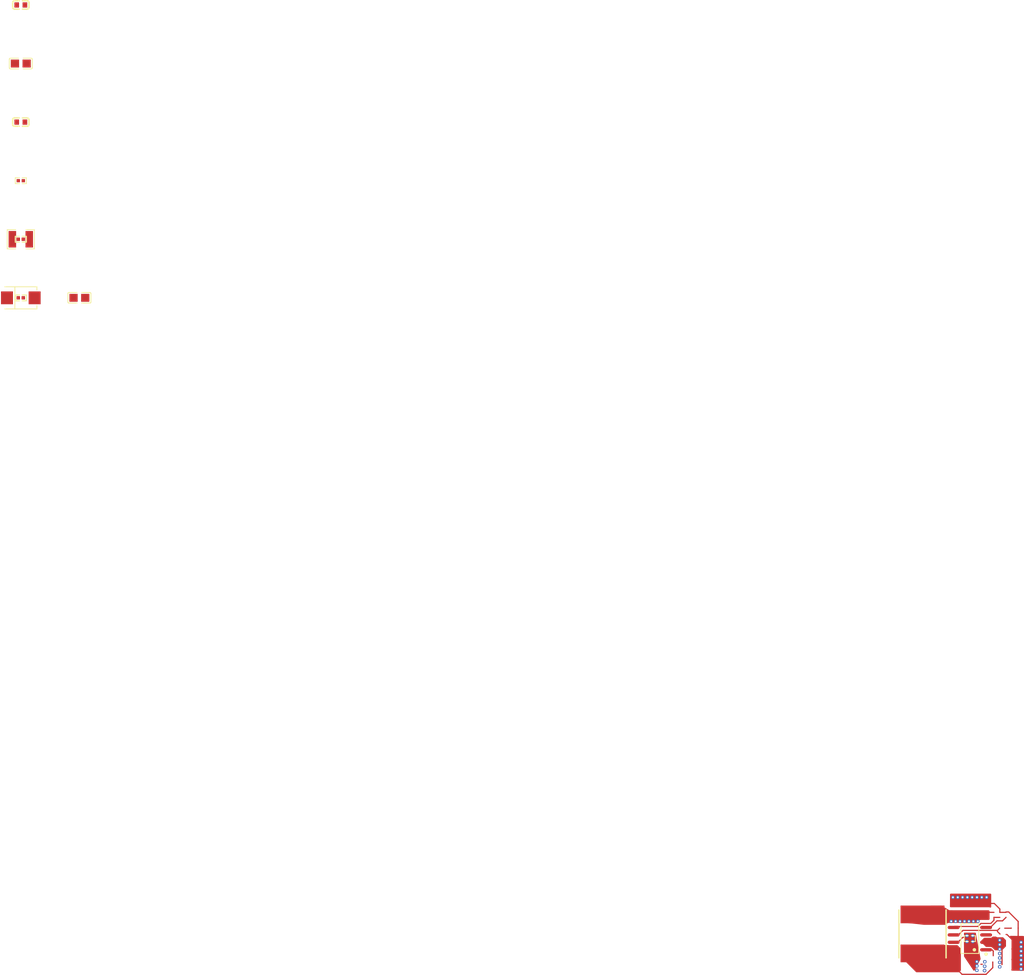
<source format=kicad_pcb>
(kicad_pcb (version 20241229) (generator "atopile") (generator_version "0.14.1004-post1.dev25+g65348d5dc.d20260218211358")
  (layers (0 "F.Cu" signal) (31 "B.Cu" signal) (34 "B.Paste" user) (35 "F.Paste" user) (36 "B.SilkS" user "B.Silkscreen") (37 "F.SilkS" user "F.Silkscreen") (38 "B.Mask" user) (39 "F.Mask" user) (44 "Edge.Cuts" user))
  (net 11 "c_comp-power-hv")
  (net 14 "hv")
  (net 15 "RT_CLK")
  (net 16 "anode")
  (net 17 "FB")
  (net 18 "c_comp1-power-hv")
  (net 19 "power_in-hv")
  (net 1 "cathode")
  (net 2 "power_out-hv")
  (net 3 "EN")
  (footprint "Texas_Instruments_TPS54560DDAR:SOIC-8_L5.0-W4.0-P1.27-LS6.0-BL-EP2.0" (layer "F.Cu") (at 0 0 90)
    (property "Reference" "U1" (hide yes))
    (property "Value" "")
    (fp_line (start -2.53 -1.52) (end 2.53 -1.52) (stroke (width 0.15)) (layer "F.SilkS"))
    (fp_line (start -2.53 1.52) (end -2.53 -1.52) (stroke (width 0.15)) (layer "F.SilkS"))
    (fp_line (start 2.53 -1.52) (end 2.53 1.52) (stroke (width 0.15)) (layer "F.SilkS"))
    (fp_line (start 2.53 1.52) (end -2.53 1.52) (stroke (width 0.15)) (layer "F.SilkS"))
    (fp_circle (center -2.64 2.77) (end -2.49 2.77) (stroke (width 0.3)) (fill no) (layer "F.SilkS"))
    (fp_circle (center -1.91 0.77) (end -1.76 0.77) (stroke (width 0.3)) (fill no) (layer "F.SilkS"))
    (pad "1" smd oval (at -1.91 2.77 90) (size 0.57 2.04) (layers "F.Cu" "F.Mask" "F.Paste") (net 14 "hv"))
    (pad "2" smd oval (at -0.63 2.77 90) (size 0.57 2.04) (layers "F.Cu" "F.Mask" "F.Paste") (net 19 "power_in-hv"))
    (pad "3" smd oval (at 0.63 2.77 90) (size 0.57 2.04) (layers "F.Cu" "F.Mask" "F.Paste") (net 3 "EN"))
    (pad "4" smd oval (at 1.9 2.77 90) (size 0.57 2.04) (layers "F.Cu" "F.Mask" "F.Paste") (net 15 "RT_CLK"))
    (pad "5" smd oval (at 1.9 -2.77 90) (size 0.57 2.04) (layers "F.Cu" "F.Mask" "F.Paste") (net 17 "FB"))
    (pad "6" smd oval (at 0.63 -2.77 90) (size 0.57 2.04) (layers "F.Cu" "F.Mask" "F.Paste") (net 18 "c_comp1-power-hv"))
    (pad "7" smd oval (at -0.63 -2.77 90) (size 0.57 2.04) (layers "F.Cu" "F.Mask" "F.Paste") (net 16 "anode"))
    (pad "8" smd oval (at -1.91 -2.77 90) (size 0.57 2.04) (layers "F.Cu" "F.Mask" "F.Paste") (net 1 "cathode"))
    (pad "9" thru_hole circle (at -0.5 -0.5 90) (size 0.61 0.61) (drill 0.3) (layers "*.Cu" "*.Paste" "*.Mask") (net 16 "anode"))
    (pad "9" thru_hole circle (at -0.5 0.5 90) (size 0.61 0.61) (drill 0.3) (layers "*.Cu" "*.Paste" "*.Mask") (net 16 "anode"))
    (pad "9" smd rect (at 0 0 90) (size 2 2) (layers "F.Cu" "F.Mask" "F.Paste") (net 16 "anode"))
    (pad "9" thru_hole circle (at 0.5 -0.5 90) (size 0.61 0.61) (drill 0.3) (layers "*.Cu" "*.Paste" "*.Mask") (net 16 "anode"))
    (pad "9" thru_hole circle (at 0.5 0.5 90) (size 0.61 0.61) (drill 0.3) (layers "*.Cu" "*.Paste" "*.Mask") (net 16 "anode"))
  )
  (footprint "STMicroelectronics_STPS340U:SMB_L4.6-W3.6-LS5.3-RD" (layer "F.Cu") (at -162.03 -109.4 0)
    (property "Reference" "D1" (hide yes))
    (property "Value" "")
    (fp_line (start -1.02 -1.89) (end -1.02 1.89) (stroke (width 0.15)) (layer "F.SilkS"))
    (fp_line (start -2.74 -1.89) (end 2.74 -1.89) (stroke (width 0.15)) (layer "F.SilkS"))
    (fp_line (start -2.74 1.89) (end 2.74 1.89) (stroke (width 0.15)) (layer "F.SilkS"))
    (fp_line (start 2.74 -1.89) (end 2.74 -1.3) (stroke (width 0.15)) (layer "F.SilkS"))
    (fp_line (start 2.74 1.89) (end 2.74 1.3) (stroke (width 0.15)) (layer "F.SilkS"))
    (pad "2" smd rect (at 2.36 0 0) (size 2.05 2.19) (layers "F.Cu" "F.Paste" "F.Mask") (net 16 "anode"))
    (pad "1" smd rect (at -2.36 0 0) (size 2.05 2.19) (layers "F.Cu" "F.Paste" "F.Mask") (net 1 "cathode"))
  )
  (footprint "Samsung_Electro_Mechanics_CL21A106KAYNNNE:C0805" (layer "F.Cu") (at -152.03 -109.4 0)
    (property "Reference" "C4" (hide yes))
    (property "Value" "0F")
    (fp_line (start 1.81 -0.9) (end 0.4 -0.9) (stroke (width 0.15)) (layer "F.SilkS") (layers "F.SilkS"))
    (fp_line (start 0.4 0.9) (end 1.81 0.9) (stroke (width 0.15)) (layer "F.SilkS") (layers "F.SilkS"))
    (fp_line (start 1.96 0.75) (end 1.96 -0.75) (stroke (width 0.15)) (layer "F.SilkS") (layers "F.SilkS"))
    (fp_line (start -1.81 -0.9) (end -0.4 -0.9) (stroke (width 0.15)) (layer "F.SilkS") (layers "F.SilkS"))
    (fp_line (start -0.4 0.9) (end -1.81 0.9) (stroke (width 0.15)) (layer "F.SilkS") (layers "F.SilkS"))
    (fp_line (start -1.96 0.75) (end -1.96 -0.75) (stroke (width 0.15)) (layer "F.SilkS") (layers "F.SilkS"))
    (fp_arc (start 1.96 0.75) (mid 1.916066 0.856066) (end 1.81 0.9) (stroke (width 0.15)) (layer "F.SilkS"))
    (fp_arc (start 1.81 -0.9) (mid 1.916066 -0.856066) (end 1.96 -0.75) (stroke (width 0.15)) (layer "F.SilkS"))
    (fp_arc (start -1.96 0.75) (mid -1.916066 0.856066) (end -1.81 0.9) (stroke (width 0.15)) (layer "F.SilkS"))
    (fp_arc (start -1.81 -0.9) (mid -1.916066 -0.856066) (end -1.96 -0.75) (stroke (width 0.15)) (layer "F.SilkS"))
    (pad "2" smd rect (at 1 0 0) (size 1.41 1.35) (layers "F.Cu" "F.Paste" "F.Mask") (net 16 "anode"))
    (pad "1" smd rect (at -1 0 0) (size 1.41 1.35) (layers "F.Cu" "F.Paste" "F.Mask") (net 19 "power_in-hv"))
  )
  (footprint "UNI_ROYAL_0402WGF2433TCE:R0402" (layer "F.Cu") (at -162.03 -119.4 0)
    (property "Reference" "R5" (hide yes))
    (property "Value" "243000Ω")
    (fp_line (start -0.23 0.5) (end -0.94 0.5) (stroke (width 0.15)) (layer "F.SilkS") (layers "F.SilkS"))
    (fp_line (start -0.94 0.5) (end -0.94 -0.5) (stroke (width 0.15)) (layer "F.SilkS") (layers "F.SilkS"))
    (fp_line (start -0.94 -0.5) (end -0.23 -0.5) (stroke (width 0.15)) (layer "F.SilkS") (layers "F.SilkS"))
    (fp_line (start 0.23 0.5) (end 0.94 0.5) (stroke (width 0.15)) (layer "F.SilkS") (layers "F.SilkS"))
    (fp_line (start 0.94 0.5) (end 0.94 -0.5) (stroke (width 0.15)) (layer "F.SilkS") (layers "F.SilkS"))
    (fp_line (start 0.94 -0.5) (end 0.23 -0.5) (stroke (width 0.15)) (layer "F.SilkS") (layers "F.SilkS"))
    (pad "2" smd rect (at 0.43 0 0) (size 0.57 0.54) (layers "F.Cu" "F.Paste" "F.Mask") (net 16 "anode"))
    (pad "1" smd rect (at -0.43 0 0) (size 0.57 0.54) (layers "F.Cu" "F.Paste" "F.Mask") (net 15 "RT_CLK"))
  )
  (footprint "UNI_ROYAL_0402WGF1022TCE:R0402" (layer "F.Cu") (at -162.03 -119.4 0)
    (property "Reference" "R1" (hide yes))
    (property "Value" "10200Ω")
    (fp_line (start -0.23 0.5) (end -0.94 0.5) (stroke (width 0.15)) (layer "F.SilkS") (layers "F.SilkS"))
    (fp_line (start -0.94 0.5) (end -0.94 -0.5) (stroke (width 0.15)) (layer "F.SilkS") (layers "F.SilkS"))
    (fp_line (start -0.94 -0.5) (end -0.23 -0.5) (stroke (width 0.15)) (layer "F.SilkS") (layers "F.SilkS"))
    (fp_line (start 0.23 0.5) (end 0.94 0.5) (stroke (width 0.15)) (layer "F.SilkS") (layers "F.SilkS"))
    (fp_line (start 0.94 0.5) (end 0.94 -0.5) (stroke (width 0.15)) (layer "F.SilkS") (layers "F.SilkS"))
    (fp_line (start 0.94 -0.5) (end 0.23 -0.5) (stroke (width 0.15)) (layer "F.SilkS") (layers "F.SilkS"))
    (pad "2" smd rect (at 0.43 0 0) (size 0.57 0.54) (layers "F.Cu" "F.Paste" "F.Mask") (net 16 "anode"))
    (pad "1" smd rect (at -0.43 0 0) (size 0.57 0.54) (layers "F.Cu" "F.Paste" "F.Mask") (net 17 "FB"))
  )
  (footprint "UNI_ROYAL_0402WGF1692TCE:R0402" (layer "F.Cu") (at -162.03 -129.4 0)
    (property "Reference" "R2" (hide yes))
    (property "Value" "16900Ω")
    (fp_line (start -0.23 0.5) (end -0.94 0.5) (stroke (width 0.15)) (layer "F.SilkS") (layers "F.SilkS"))
    (fp_line (start -0.94 0.5) (end -0.94 -0.5) (stroke (width 0.15)) (layer "F.SilkS") (layers "F.SilkS"))
    (fp_line (start -0.94 -0.5) (end -0.23 -0.5) (stroke (width 0.15)) (layer "F.SilkS") (layers "F.SilkS"))
    (fp_line (start 0.23 0.5) (end 0.94 0.5) (stroke (width 0.15)) (layer "F.SilkS") (layers "F.SilkS"))
    (fp_line (start 0.94 0.5) (end 0.94 -0.5) (stroke (width 0.15)) (layer "F.SilkS") (layers "F.SilkS"))
    (fp_line (start 0.94 -0.5) (end 0.23 -0.5) (stroke (width 0.15)) (layer "F.SilkS") (layers "F.SilkS"))
    (pad "2" smd rect (at 0.43 0 0) (size 0.57 0.54) (layers "F.Cu" "F.Paste" "F.Mask") (net 11 "c_comp-power-hv"))
    (pad "1" smd rect (at -0.43 0 0) (size 0.57 0.54) (layers "F.Cu" "F.Paste" "F.Mask") (net 18 "c_comp1-power-hv"))
  )
  (footprint "FOJAN_FRC0402F4503TS:R0402" (layer "F.Cu") (at -162.03 -109.4 0)
    (property "Reference" "R3" (hide yes))
    (property "Value" "450000Ω")
    (fp_line (start -0.23 0.5) (end -0.94 0.5) (stroke (width 0.15)) (layer "F.SilkS") (layers "F.SilkS"))
    (fp_line (start -0.94 0.5) (end -0.94 -0.5) (stroke (width 0.15)) (layer "F.SilkS") (layers "F.SilkS"))
    (fp_line (start -0.94 -0.5) (end -0.23 -0.5) (stroke (width 0.15)) (layer "F.SilkS") (layers "F.SilkS"))
    (fp_line (start 0.23 0.5) (end 0.94 0.5) (stroke (width 0.15)) (layer "F.SilkS") (layers "F.SilkS"))
    (fp_line (start 0.94 0.5) (end 0.94 -0.5) (stroke (width 0.15)) (layer "F.SilkS") (layers "F.SilkS"))
    (fp_line (start 0.94 -0.5) (end 0.23 -0.5) (stroke (width 0.15)) (layer "F.SilkS") (layers "F.SilkS"))
    (pad "2" smd rect (at 0.43 0 0) (size 0.57 0.54) (layers "F.Cu" "F.Paste" "F.Mask") (net 3 "EN"))
    (pad "1" smd rect (at -0.43 0 0) (size 0.57 0.54) (layers "F.Cu" "F.Paste" "F.Mask") (net 19 "power_in-hv"))
  )
  (footprint "UNI_ROYAL_0402WGF5362TCE:R0402" (layer "F.Cu") (at -162.03 -109.4 0)
    (property "Reference" "R6" (hide yes))
    (property "Value" "53600Ω")
    (fp_line (start -0.23 0.5) (end -0.94 0.5) (stroke (width 0.15)) (layer "F.SilkS") (layers "F.SilkS"))
    (fp_line (start -0.94 0.5) (end -0.94 -0.5) (stroke (width 0.15)) (layer "F.SilkS") (layers "F.SilkS"))
    (fp_line (start -0.94 -0.5) (end -0.23 -0.5) (stroke (width 0.15)) (layer "F.SilkS") (layers "F.SilkS"))
    (fp_line (start 0.23 0.5) (end 0.94 0.5) (stroke (width 0.15)) (layer "F.SilkS") (layers "F.SilkS"))
    (fp_line (start 0.94 0.5) (end 0.94 -0.5) (stroke (width 0.15)) (layer "F.SilkS") (layers "F.SilkS"))
    (fp_line (start 0.94 -0.5) (end 0.23 -0.5) (stroke (width 0.15)) (layer "F.SilkS") (layers "F.SilkS"))
    (pad "2" smd rect (at 0.43 0 0) (size 0.57 0.54) (layers "F.Cu" "F.Paste" "F.Mask") (net 17 "FB"))
    (pad "1" smd rect (at -0.43 0 0) (size 0.57 0.54) (layers "F.Cu" "F.Paste" "F.Mask") (net 2 "power_out-hv"))
  )
  (footprint "UNI_ROYAL_1210W2F100KT5E:R1210" (layer "F.Cu") (at -162.03 -119.4 0)
    (property "Reference" "R4" (hide yes))
    (property "Value" "1Ω")
    (fp_line (start 0.88 1.63) (end 2.31 1.63) (stroke (width 0.15)) (layer "F.SilkS") (layers "F.SilkS"))
    (fp_line (start 2.31 1.63) (end 2.31 -1.63) (stroke (width 0.15)) (layer "F.SilkS") (layers "F.SilkS"))
    (fp_line (start 2.31 -1.63) (end 0.88 -1.63) (stroke (width 0.15)) (layer "F.SilkS") (layers "F.SilkS"))
    (fp_line (start -0.88 1.63) (end -2.31 1.63) (stroke (width 0.15)) (layer "F.SilkS") (layers "F.SilkS"))
    (fp_line (start -2.31 1.63) (end -2.31 -1.63) (stroke (width 0.15)) (layer "F.SilkS") (layers "F.SilkS"))
    (fp_line (start -2.31 -1.63) (end -0.88 -1.63) (stroke (width 0.15)) (layer "F.SilkS") (layers "F.SilkS"))
    (pad "2" smd rect (at 1.44 0 0) (size 1.28 2.81) (layers "F.Cu" "F.Paste" "F.Mask") (net 16 "anode"))
    (pad "1" smd rect (at -1.44 0 0) (size 1.28 2.81) (layers "F.Cu" "F.Paste" "F.Mask") (net 2 "power_out-hv"))
  )
  (footprint "YJYCOIN_YNR8040_6R8M:IND-SMD_L8.0-W8.0" (layer "F.Cu") (at -8.08 -0.8 -90)
    (property "Reference" "L1" (hide yes))
    (property "Value" "L 0H")
    (fp_line (start -4.08 4.02) (end 4.08 4.02) (stroke (width 0.25)) (layer "F.SilkS") (layers "F.SilkS"))
    (fp_line (start -4.08 -4.02) (end 4.08 -4.02) (stroke (width 0.25)) (layer "F.SilkS") (layers "F.SilkS"))
    (pad "1" smd rect (at 3.33 0 270) (size 3.02 7.5) (layers "F.Cu" "F.Paste" "F.Mask"))
    (pad "2" smd rect (at -3.33 0 270) (size 3.02 7.5) (layers "F.Cu" "F.Paste" "F.Mask"))
  )
  (footprint "Samsung_Electro_Mechanics_CL10C470JB8NNNC:C0603" (layer "F.Cu") (at -162.03 -139.4 0)
    (property "Reference" "C2" (hide yes))
    (property "Value" "0F")
    (fp_line (start -0.28 0.71) (end -1.08 0.71) (stroke (width 0.25)) (layer "F.SilkS") (layers "F.SilkS"))
    (fp_line (start 0.28 0.71) (end 1.08 0.71) (stroke (width 0.25)) (layer "F.SilkS") (layers "F.SilkS"))
    (fp_line (start -0.28 -0.71) (end -1.08 -0.71) (stroke (width 0.25)) (layer "F.SilkS") (layers "F.SilkS"))
    (fp_line (start 0.28 -0.71) (end 1.08 -0.71) (stroke (width 0.25)) (layer "F.SilkS") (layers "F.SilkS"))
    (fp_line (start -1.39 0.4) (end -1.39 -0.4) (stroke (width 0.25)) (layer "F.SilkS") (layers "F.SilkS"))
    (fp_line (start 1.39 -0.4) (end 1.39 0.4) (stroke (width 0.25)) (layer "F.SilkS") (layers "F.SilkS"))
    (fp_arc (start 1.39 -0.4) (mid 1.2992031 -0.6192031) (end 1.08 -0.71) (stroke (width 0.25)) (layer "F.SilkS"))
    (fp_arc (start 1.08 0.71) (mid 1.2992031 0.6192031) (end 1.39 0.4) (stroke (width 0.25)) (layer "F.SilkS"))
    (fp_arc (start -1.39 0.4) (mid -1.2992031 0.6192031) (end -1.08 0.71) (stroke (width 0.25)) (layer "F.SilkS"))
    (fp_arc (start -1.08 -0.71) (mid -1.2992031 -0.6192031) (end -1.39 -0.4) (stroke (width 0.25)) (layer "F.SilkS"))
    (pad "2" smd rect (at 0.7 0 0) (size 0.8 0.9) (layers "F.Cu" "F.Paste" "F.Mask") (net 16 "anode"))
    (pad "1" smd rect (at -0.7 0 0) (size 0.8 0.9) (layers "F.Cu" "F.Paste" "F.Mask") (net 18 "c_comp1-power-hv"))
  )
  (footprint "FH_0805B472K500NT:C0805" (layer "F.Cu") (at -162.03 -149.4 0)
    (property "Reference" "C3" (hide yes))
    (property "Value" "0F")
    (fp_line (start 1.81 -0.9) (end 0.4 -0.9) (stroke (width 0.15)) (layer "F.SilkS") (layers "F.SilkS"))
    (fp_line (start 0.4 0.9) (end 1.81 0.9) (stroke (width 0.15)) (layer "F.SilkS") (layers "F.SilkS"))
    (fp_line (start 1.96 0.75) (end 1.96 -0.75) (stroke (width 0.15)) (layer "F.SilkS") (layers "F.SilkS"))
    (fp_line (start -1.81 -0.9) (end -0.4 -0.9) (stroke (width 0.15)) (layer "F.SilkS") (layers "F.SilkS"))
    (fp_line (start -0.4 0.9) (end -1.81 0.9) (stroke (width 0.15)) (layer "F.SilkS") (layers "F.SilkS"))
    (fp_line (start -1.96 0.75) (end -1.96 -0.75) (stroke (width 0.15)) (layer "F.SilkS") (layers "F.SilkS"))
    (fp_arc (start 1.96 0.75) (mid 1.916066 0.856066) (end 1.81 0.9) (stroke (width 0.15)) (layer "F.SilkS"))
    (fp_arc (start 1.81 -0.9) (mid 1.916066 -0.856066) (end 1.96 -0.75) (stroke (width 0.15)) (layer "F.SilkS"))
    (fp_arc (start -1.96 0.75) (mid -1.916066 0.856066) (end -1.81 0.9) (stroke (width 0.15)) (layer "F.SilkS"))
    (fp_arc (start -1.81 -0.9) (mid -1.916066 -0.856066) (end -1.96 -0.75) (stroke (width 0.15)) (layer "F.SilkS"))
    (pad "2" smd rect (at 1 0 0) (size 1.41 1.35) (layers "F.Cu" "F.Paste" "F.Mask") (net 16 "anode"))
    (pad "1" smd rect (at -1 0 0) (size 1.41 1.35) (layers "F.Cu" "F.Paste" "F.Mask") (net 11 "c_comp-power-hv"))
  )
  (footprint "YAGEO_CC0603KRX7R9BB104:C0603" (layer "F.Cu") (at -162.03 -159.4 0)
    (property "Reference" "C1" (hide yes))
    (property "Value" "0F")
    (fp_line (start -0.28 0.71) (end -1.08 0.71) (stroke (width 0.25)) (layer "F.SilkS") (layers "F.SilkS"))
    (fp_line (start 0.28 0.71) (end 1.08 0.71) (stroke (width 0.25)) (layer "F.SilkS") (layers "F.SilkS"))
    (fp_line (start -0.28 -0.71) (end -1.08 -0.71) (stroke (width 0.25)) (layer "F.SilkS") (layers "F.SilkS"))
    (fp_line (start 0.28 -0.71) (end 1.08 -0.71) (stroke (width 0.25)) (layer "F.SilkS") (layers "F.SilkS"))
    (fp_line (start -1.39 0.4) (end -1.39 -0.4) (stroke (width 0.25)) (layer "F.SilkS") (layers "F.SilkS"))
    (fp_line (start 1.39 -0.4) (end 1.39 0.4) (stroke (width 0.25)) (layer "F.SilkS") (layers "F.SilkS"))
    (fp_arc (start 1.39 -0.4) (mid 1.2992031 -0.6192031) (end 1.08 -0.71) (stroke (width 0.25)) (layer "F.SilkS"))
    (fp_arc (start 1.08 0.71) (mid 1.2992031 0.6192031) (end 1.39 0.4) (stroke (width 0.25)) (layer "F.SilkS"))
    (fp_arc (start -1.39 0.4) (mid -1.2992031 0.6192031) (end -1.08 0.71) (stroke (width 0.25)) (layer "F.SilkS"))
    (fp_arc (start -1.08 -0.71) (mid -1.2992031 -0.6192031) (end -1.39 -0.4) (stroke (width 0.25)) (layer "F.SilkS"))
    (pad "2" smd rect (at 0.7 0 0) (size 0.8 0.9) (layers "F.Cu" "F.Paste" "F.Mask") (net 1 "cathode"))
    (pad "1" smd rect (at -0.7 0 0) (size 0.8 0.9) (layers "F.Cu" "F.Paste" "F.Mask") (net 14 "hv"))
  )
  (footprint "YAGEO_RC0402FR_0791KL:R0402" (layer "F.Cu") (at 0 0 0)
    (property "Reference" "R7" (hide yes))
    (property "Value" "91000Ω")
    (fp_line (start -0.23 0.5) (end -0.94 0.5) (stroke (width 0.15)) (layer "F.SilkS") (layers "F.SilkS"))
    (fp_line (start -0.94 0.5) (end -0.94 -0.5) (stroke (width 0.15)) (layer "F.SilkS") (layers "F.SilkS"))
    (fp_line (start -0.94 -0.5) (end -0.23 -0.5) (stroke (width 0.15)) (layer "F.SilkS") (layers "F.SilkS"))
    (fp_line (start 0.23 0.5) (end 0.94 0.5) (stroke (width 0.15)) (layer "F.SilkS") (layers "F.SilkS"))
    (fp_line (start 0.94 0.5) (end 0.94 -0.5) (stroke (width 0.15)) (layer "F.SilkS") (layers "F.SilkS"))
    (fp_line (start 0.94 -0.5) (end 0.23 -0.5) (stroke (width 0.15)) (layer "F.SilkS") (layers "F.SilkS"))
    (pad "2" smd rect (at 0.43 0 0) (size 0.57 0.54) (layers "F.Cu" "F.Paste" "F.Mask") (net 16 "anode"))
    (pad "1" smd rect (at -0.43 0 0) (size 0.57 0.54) (layers "F.Cu" "F.Paste" "F.Mask") (net 3 "EN"))
  )
  (via (at -1.245191 -7.049989) (size 0.6) (drill 0.3) (layers "F.Cu" "B.Cu") (net 12))
  (via (at -2.886947 -7.049989) (size 0.6) (drill 0.3) (layers "F.Cu" "B.Cu") (net 12))
  (via (at 8.745 3.659056) (size 0.6) (drill 0.3) (layers "F.Cu" "B.Cu") (net 12))
  (via (at 2.510851 5.458705) (size 0.6) (drill 0.3) (layers "F.Cu" "B.Cu") (net 12))
  (via (at 8.745 1.38514) (size 0.6) (drill 0.3) (layers "F.Cu" "B.Cu") (net 12))
  (via (at 2.524562 4.732014) (size 0.6) (drill 0.3) (layers "F.Cu" "B.Cu") (net 12))
  (via (at 2.551984 3.950479) (size 0.6) (drill 0.3) (layers "F.Cu" "B.Cu") (net 12))
  (via (at 1.194581 3.936768) (size 0.6) (drill 0.3) (layers "F.Cu" "B.Cu") (net 12))
  (via (at 0.396564 -7.049989) (size 0.6) (drill 0.3) (layers "F.Cu" "B.Cu") (net 12))
  (via (at -0.424313 -7.049989) (size 0.6) (drill 0.3) (layers "F.Cu" "B.Cu") (net 12))
  (via (at 1.217442 -7.049989) (size 0.6) (drill 0.3) (layers "F.Cu" "B.Cu") (net 12))
  (via (at 8.745 5.175) (size 0.6) (drill 0.3) (layers "F.Cu" "B.Cu") (net 12))
  (via (at 8.745 4.417028) (size 0.6) (drill 0.3) (layers "F.Cu" "B.Cu") (net 12))
  (via (at 2.03832 -7.049989) (size 0.6) (drill 0.3) (layers "F.Cu" "B.Cu") (net 12))
  (via (at 8.745 0.627168) (size 0.6) (drill 0.3) (layers "F.Cu" "B.Cu") (net 12))
  (via (at 1.194581 4.663458) (size 0.6) (drill 0.3) (layers "F.Cu" "B.Cu") (net 12))
  (via (at -2.066069 -7.049989) (size 0.6) (drill 0.3) (layers "F.Cu" "B.Cu") (net 12))
  (via (at 8.745 2.901084) (size 0.6) (drill 0.3) (layers "F.Cu" "B.Cu") (net 12))
  (via (at 2.859198 -7.049989) (size 0.6) (drill 0.3) (layers "F.Cu" "B.Cu") (net 12))
  (via (at 8.745 2.143112) (size 0.6) (drill 0.3) (layers "F.Cu" "B.Cu") (net 12))
  (via (at 1.194581 5.417572) (size 0.6) (drill 0.3) (layers "F.Cu" "B.Cu") (net 12))
  (via (at -2.427832 -2.95) (size 0.6) (drill 0.3) (layers "F.Cu" "B.Cu") (net 0))
  (via (at 0.604056 -2.95) (size 0.6) (drill 0.3) (layers "F.Cu" "B.Cu") (net 0))
  (via (at -0.911888 -2.95) (size 0.6) (drill 0.3) (layers "F.Cu" "B.Cu") (net 0))
  (via (at -0.153916 -2.95) (size 0.6) (drill 0.3) (layers "F.Cu" "B.Cu") (net 0))
  (via (at -3.185804 -2.95) (size 0.6) (drill 0.3) (layers "F.Cu" "B.Cu") (net 0))
  (via (at -1.66986 -2.95) (size 0.6) (drill 0.3) (layers "F.Cu" "B.Cu") (net 0))
  (via (at 1.362028 -2.95) (size 0.6) (drill 0.3) (layers "F.Cu" "B.Cu") (net 0))
  (via (at 5.095 0.269196) (size 0.6) (drill 0.3) (layers "F.Cu" "B.Cu") (net 0))
  (via (at 5.095 4.059056) (size 0.6) (drill 0.3) (layers "F.Cu" "B.Cu") (net 0))
  (via (at 5.095 3.301084) (size 0.6) (drill 0.3) (layers "F.Cu" "B.Cu") (net 0))
  (via (at 5.095 1.027168) (size 0.6) (drill 0.3) (layers "F.Cu" "B.Cu") (net 0))
  (via (at 5.095 1.78514) (size 0.6) (drill 0.3) (layers "F.Cu" "B.Cu") (net 0))
  (via (at 5.095 2.543112) (size 0.6) (drill 0.3) (layers "F.Cu" "B.Cu") (net 0))
  (via (at 5.095 4.817028) (size 0.6) (drill 0.3) (layers "F.Cu" "B.Cu") (net 0))
  (segment (start -2.675 0.53) (end -1.94 0.53) (width 0.2) (layer "F.Cu") (net 12))
  (segment (start 8.25 -1.79) (end 8.25 0.528673) (width 0.2) (layer "F.Cu") (net 12))
  (segment (start 8.25 0.528673) (end 7.91 0.868673) (width 0.2) (layer "F.Cu") (net 12))
  (segment (start 5.12 -5.05) (end 4.17 -6) (width 0.2) (layer "F.Cu") (net 12))
  (segment (start 8.25 -2.93) (end 8.25 -1.79) (width 0.2) (layer "F.Cu") (net 12))
  (segment (start 7.466296 0.653704) (end 7.495 0.625) (width 0.2) (layer "F.Cu") (net 12))
  (segment (start 4.17 -6) (end 2.72 -6) (width 0.2) (layer "F.Cu") (net 12))
  (segment (start 1.884355 4.385878) (end 2.128874 4.385878) (width 0.2) (layer "F.Cu") (net 12))
  (segment (start 6.18 -0.7) (end 6.341327 -0.7) (width 0.2) (layer "F.Cu") (net 12))
  (segment (start 2.72 -6) (end -2.68 -6) (width 0.2) (layer "F.Cu") (net 12))
  (segment (start 5.12 -4.48) (end 6.17 -4.48) (width 0.2) (layer "F.Cu") (net 12))
  (segment (start -1.204 -0.206) (end -0.011 -0.206) (width 0.2) (layer "F.Cu") (net 12))
  (segment (start 6.341327 -0.7) (end 7.91 0.868673) (width 0.2) (layer "F.Cu") (net 12))
  (segment (start 5.12 -4.48) (end 5.12 -5.05) (width 0.2) (layer "F.Cu") (net 12))
  (segment (start -0.011 -0.206) (end 0.595 0.4) (width 0.2) (layer "F.Cu") (net 12))
  (segment (start 7.466296 4.433977) (end 7.466296 0.653704) (width 0.2) (layer "F.Cu") (net 12))
  (segment (start 6.63 -4.55) (end 8.25 -2.93) (width 0.2) (layer "F.Cu") (net 12))
  (segment (start 6.16 -4.55) (end 6.63 -4.55) (width 0.2) (layer "F.Cu") (net 12))
  (segment (start -1.94 0.53) (end -1.204 -0.206) (width 0.2) (layer "F.Cu") (net 12))
  (segment (start 2.77 6.1) (end 3.91 4.96) (width 0.2) (layer "F.Cu") (net 19))
  (segment (start -2.866126 4.660878) (end -2.866126 2.001126) (width 0.2) (layer "F.Cu") (net 19))
  (segment (start -2.866126 2.001126) (end -2.675 1.81) (width 0.2) (layer "F.Cu") (net 19))
  (segment (start -8.005 2.58) (end -3.445 2.58) (width 0.2) (layer "F.Cu") (net 19))
  (segment (start 3.91 4.96) (end 3.91 3.99) (width 0.2) (layer "F.Cu") (net 19))
  (segment (start -2.95 4.52) (end -2.91 4.52) (width 0.2) (layer "F.Cu") (net 19))
  (segment (start -3.445 2.58) (end -2.675 1.81) (width 0.2) (layer "F.Cu") (net 19))
  (segment (start -2.91 4.52) (end -1.33 6.1) (width 0.2) (layer "F.Cu") (net 19))
  (segment (start -1.33 6.1) (end 2.77 6.1) (width 0.2) (layer "F.Cu") (net 19))
  (segment (start -1.179 -1.401) (end 4.716 -1.401) (width 0.2) (layer "F.Cu") (net 17))
  (segment (start -1.85 -0.73) (end -1.179 -1.401) (width 0.2) (layer "F.Cu") (net 17))
  (segment (start 4.716 -1.401) (end 5.09 -1.775) (width 0.2) (layer "F.Cu") (net 17))
  (segment (start 4.716 -1.401) (end 4.716 -1.204) (width 0.2) (layer "F.Cu") (net 17))
  (segment (start -2.675 -0.73) (end -1.85 -0.73) (width 0.2) (layer "F.Cu") (net 17))
  (segment (start 4.716 -1.204) (end 5.145 -0.775) (width 0.2) (layer "F.Cu") (net 17))
  (segment (start 3.995 2.125) (end 3.995 2.925) (width 0.2) (layer "F.Cu") (net 20))
  (segment (start 2.865 1.81) (end 3.68 1.81) (width 0.2) (layer "F.Cu") (net 20))
  (segment (start 3.68 1.81) (end 3.995 2.125) (width 0.2) (layer "F.Cu") (net 20))
  (segment (start -7.825 -4) (end -8.005 -4.18) (width 0.2) (layer "F.Cu") (net 0))
  (segment (start 3.200394 -4.480394) (end 2.72 -4) (width 0.2) (layer "F.Cu") (net 0))
  (segment (start 4.117367 -4.480394) (end 3.200394 -4.480394) (width 0.2) (layer "F.Cu") (net 0))
  (segment (start 2.72 -4) (end -2.68 -4) (width 0.2) (layer "F.Cu") (net 0))
  (segment (start -2.68 -4) (end -7.825 -4) (width 0.2) (layer "F.Cu") (net 0))
  (segment (start 3.567973 -2.586) (end 4.117367 -3.135394) (width 0.2) (layer "F.Cu") (net 0))
  (segment (start -2.6 -2.075) (end 1.37 -2.075) (width 0.2) (layer "F.Cu") (net 0))
  (segment (start 1.37 -2.075) (end 1.537729 -2.242729) (width 0.2) (layer "F.Cu") (net 0))
  (segment (start 1.544 -2.242729) (end 1.887271 -2.586) (width 0.2) (layer "F.Cu") (net 0))
  (segment (start 1.537729 -2.242729) (end 1.544 -2.242729) (width 0.2) (layer "F.Cu") (net 0))
  (segment (start 1.887271 -2.586) (end 3.567973 -2.586) (width 0.2) (layer "F.Cu") (net 0))
  (segment (start 4.117761 -3.62) (end 4.117367 -3.620394) (width 0.2) (layer "F.Cu") (net 0))
  (segment (start -2.675 -2) (end -2.6 -2.075) (width 0.2) (layer "F.Cu") (net 0))
  (segment (start 4.117367 -3.135394) (end 4.117367 -3.620394) (width 0.2) (layer "F.Cu") (net 0))
  (segment (start 5.12 -3.62) (end 4.117761 -3.62) (width 0.2) (layer "F.Cu") (net 0))
  (segment (start 6.17 -3.62) (end 6.17 -3.605) (width 0.2) (layer "F.Cu") (net 0))
  (segment (start 2.865 -2) (end 3.6 -2) (width 0.2) (layer "F.Cu") (net 0))
  (segment (start 5.584 -3.034) (end 6.17 -3.62) (width 0.2) (layer "F.Cu") (net 0))
  (segment (start 4.634 -3.034) (end 5.584 -3.034) (width 0.2) (layer "F.Cu") (net 0))
  (segment (start 3.6 -2) (end 4.634 -3.034) (width 0.2) (layer "F.Cu") (net 0))
  (segment (start 5.495 0.625) (end 5.495 4.405273) (width 0.2) (layer "F.Cu") (net 0))
  (segment (start 5.495 4.405273) (end 5.466296 4.433977) (width 0.2) (layer "F.Cu") (net 0))
  (segment (start 2.96 0.625) (end 2.865 0.53) (width 0.2) (layer "F.Cu") (net 0))
  (segment (start 5.495 0.625) (end 2.96 0.625) (width 0.2) (layer "F.Cu") (net 0))
  (segment (start 7.045 -1.775) (end 7.07 -1.8) (width 0.2) (layer "F.Cu") (net 0))
  (segment (start 5.95 -1.775) (end 7.045 -1.775) (width 0.2) (layer "F.Cu") (net 0))
  (zone (net 0) (net_name "output_caps[3]-power-hv") (layers "F.Cu") (priority 4) (connect_pads (clearance 0.5)) (min_thickness 0.25) (fill yes (thermal_gap 0.5) (thermal_bridge_width 0.5))
    (polygon (pts (xy -4.871558 -5.640349) (xy -3.503224 -4.846716) (xy 3.264339 -4.843013) (xy 3.37 -4.687092) (xy 3.37 -3.3) (xy 2.42 -2.35) (xy -7.83 -2.35) (xy -11.275206 -2.731669) (xy -6.602228 -5.627772)))
  )
  (zone (net 12) (net_name "power_out-hv") (layers "F.Cu") (priority 2) (connect_pads (clearance 0.2)) (min_thickness 0.25) (fill yes (thermal_gap 0.5) (thermal_bridge_width 0.5))
    (polygon (pts (xy 1.01 -0.989577) (xy 1.84 3.49) (xy 0.72 5.6) (xy -0.99 3.06) (xy -1.01 0.99) (xy -1 -0.99)))
  )
  (zone (net 12) (net_name "power_out-hv") (layers "F.Cu") (priority 2) (connect_pads (clearance 0.5)) (min_thickness 0.25) (fill yes (thermal_gap 0.5) (thermal_bridge_width 0.5))
    (polygon (pts (xy -3.381327 -7.675) (xy 3.645 -7.675) (xy 3.645 -5.3) (xy 3.345 -5) (xy -2.08 -5) (xy -3.405 -5)))
  )
  (zone (net 0) (net_name "power_in-hv") (layers "F.Cu") (connect_pads (clearance 0.2)) (min_thickness 0.25) (fill yes (thermal_gap 0.5) (thermal_bridge_width 0.5))
    (polygon (pts (xy 1.97 0.65) (xy 3.32 2) (xy 5.495 2) (xy 6.17 1.325) (xy 6.17 0.275) (xy 5.545 -0.35) (xy 2.645 -0.35) (xy 1.97 0.325)))
  )
  (zone (net 12) (net_name "power_out-hv") (layers "F.Cu") (priority 2) (connect_pads (clearance 0.5)) (min_thickness 0.25) (fill yes (thermal_gap 0.5) (thermal_bridge_width 0.5))
    (polygon (pts (xy 9.245 -0.451327) (xy 9.245 5.5) (xy 6.52 5.475) (xy 6.52 5.05) (xy 6.57 0.85) (xy 6.57 -0.475)))
  )
  (zone (net 19) (net_name "power_in-hv") (layers "F.Cu") (priority 4) (connect_pads (clearance 0.2)) (min_thickness 0.25) (fill yes (thermal_gap 0.5) (thermal_bridge_width 0.5))
    (polygon (pts (xy -2.13 1.1) (xy -1.53 1.7) (xy -1.53 5.45) (xy -1.83 5.75) (xy -9.155 5.75) (xy -11.08 3.825) (xy -11.055 3.85) (xy -8.305 1.1)))
  )
)
</source>
